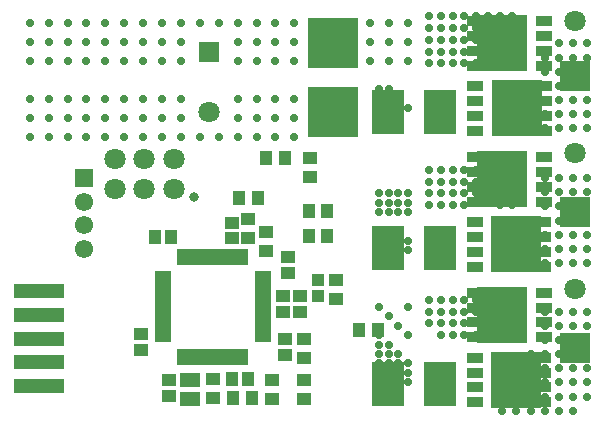
<source format=gts>
G04*
G04 #@! TF.GenerationSoftware,Altium Limited,Altium Designer,25.8.1 (18)*
G04*
G04 Layer_Color=8388736*
%FSLAX44Y44*%
%MOMM*%
G71*
G04*
G04 #@! TF.SameCoordinates,D7C4C725-C8A4-46AB-A62B-07054BF05DDA*
G04*
G04*
G04 #@! TF.FilePolarity,Negative*
G04*
G01*
G75*
%ADD27R,1.0332X1.1432*%
%ADD28R,1.1432X1.0332*%
%ADD29R,1.0032X1.1532*%
%ADD30R,1.1532X1.0032*%
%ADD31R,1.4032X0.5032*%
%ADD32R,0.5032X1.4032*%
%ADD33R,1.6732X1.2232*%
%ADD34R,4.2032X1.2032*%
%ADD35R,1.4032X0.9532*%
%ADD36R,4.3032X4.7032*%
%ADD37R,2.7032X3.8032*%
%ADD38R,1.0632X1.0032*%
%ADD39C,1.8032*%
%ADD40C,1.5532*%
%ADD41R,2.5032X2.5032*%
%ADD42R,1.5532X1.5532*%
%ADD43R,1.8032X1.8032*%
%ADD44R,4.2032X4.2032*%
%ADD45C,0.8032*%
%ADD46C,0.7032*%
D27*
X124400Y154000D02*
D03*
X137600D02*
D03*
X189400Y34000D02*
D03*
X202600D02*
D03*
D28*
X189000Y166200D02*
D03*
X112000Y72000D02*
D03*
X237000Y124000D02*
D03*
X136000Y19400D02*
D03*
X237000Y137200D02*
D03*
X189000Y153000D02*
D03*
X232000Y104000D02*
D03*
Y90800D02*
D03*
X247000Y104000D02*
D03*
Y90800D02*
D03*
X234000Y54400D02*
D03*
Y67600D02*
D03*
X136000Y32600D02*
D03*
X112000Y58800D02*
D03*
D29*
X297000Y75000D02*
D03*
X313000D02*
D03*
X190000Y18000D02*
D03*
X206000D02*
D03*
X211000Y187000D02*
D03*
X195000D02*
D03*
X270000Y155000D02*
D03*
X254000D02*
D03*
X270000Y176000D02*
D03*
X254000D02*
D03*
X234000Y221000D02*
D03*
X218000D02*
D03*
D30*
X203000Y169000D02*
D03*
X250000Y17000D02*
D03*
X223000Y17000D02*
D03*
X277000Y118000D02*
D03*
X250000Y33000D02*
D03*
X218000Y142000D02*
D03*
Y158000D02*
D03*
X203000Y153000D02*
D03*
X277000Y102000D02*
D03*
X250000Y52000D02*
D03*
Y68000D02*
D03*
X223000Y33000D02*
D03*
X173000Y34000D02*
D03*
Y18000D02*
D03*
X255000Y221000D02*
D03*
Y205000D02*
D03*
D31*
X215380Y117500D02*
D03*
X130620Y72500D02*
D03*
X215380Y112500D02*
D03*
Y82500D02*
D03*
X130620Y107500D02*
D03*
Y87500D02*
D03*
X215380Y77500D02*
D03*
X130620Y82500D02*
D03*
X215380Y87500D02*
D03*
Y72500D02*
D03*
Y107500D02*
D03*
Y102500D02*
D03*
X130620Y117500D02*
D03*
Y92500D02*
D03*
Y67500D02*
D03*
X215380Y122500D02*
D03*
Y92500D02*
D03*
X130620Y77500D02*
D03*
Y122500D02*
D03*
X215380Y67500D02*
D03*
Y97500D02*
D03*
X130620D02*
D03*
Y102500D02*
D03*
Y112500D02*
D03*
D32*
X150500Y137380D02*
D03*
X170500Y52620D02*
D03*
X155500Y137380D02*
D03*
X185500D02*
D03*
X180500D02*
D03*
X170500D02*
D03*
X165500Y52620D02*
D03*
X190500D02*
D03*
X150500D02*
D03*
X175500D02*
D03*
X180500D02*
D03*
X200500D02*
D03*
X145500D02*
D03*
Y137380D02*
D03*
X195500D02*
D03*
X175500D02*
D03*
X185500Y52620D02*
D03*
X200500Y137380D02*
D03*
X195500Y52620D02*
D03*
X190500Y137380D02*
D03*
X165500D02*
D03*
X160500D02*
D03*
Y52620D02*
D03*
X155500D02*
D03*
D33*
X154000Y17000D02*
D03*
Y33000D02*
D03*
D34*
X26000Y28000D02*
D03*
Y48000D02*
D03*
Y88000D02*
D03*
Y68000D02*
D03*
Y108000D02*
D03*
D35*
X453000Y184000D02*
D03*
Y209300D02*
D03*
Y196700D02*
D03*
Y222000D02*
D03*
X395000Y184000D02*
D03*
Y222000D02*
D03*
Y209300D02*
D03*
Y196700D02*
D03*
X452900Y129000D02*
D03*
Y154300D02*
D03*
Y141700D02*
D03*
Y167000D02*
D03*
X453000Y337000D02*
D03*
X395000Y299000D02*
D03*
Y311700D02*
D03*
Y324300D02*
D03*
Y337000D02*
D03*
X453000Y299000D02*
D03*
Y311700D02*
D03*
Y324300D02*
D03*
X395000Y244000D02*
D03*
Y256700D02*
D03*
Y269300D02*
D03*
Y282000D02*
D03*
X453000Y269300D02*
D03*
Y256700D02*
D03*
Y244000D02*
D03*
Y282000D02*
D03*
X394900Y129000D02*
D03*
Y167000D02*
D03*
Y154300D02*
D03*
Y141700D02*
D03*
X453000Y107000D02*
D03*
X395000D02*
D03*
Y94300D02*
D03*
Y81700D02*
D03*
Y69000D02*
D03*
X453000Y81700D02*
D03*
Y94300D02*
D03*
Y69000D02*
D03*
X394900Y14000D02*
D03*
X452900Y52000D02*
D03*
Y26700D02*
D03*
Y39300D02*
D03*
Y14000D02*
D03*
X394900Y26700D02*
D03*
Y39300D02*
D03*
Y52000D02*
D03*
D36*
X417900Y203000D02*
D03*
X430000Y148000D02*
D03*
X417900Y318000D02*
D03*
X430100Y263000D02*
D03*
X417900Y88000D02*
D03*
X430000Y33000D02*
D03*
D37*
X365000Y145000D02*
D03*
X321000D02*
D03*
X365000Y30000D02*
D03*
X321000D02*
D03*
X365000Y260000D02*
D03*
X321000D02*
D03*
D38*
X262000Y118000D02*
D03*
Y104000D02*
D03*
D39*
X140000Y220000D02*
D03*
X90000D02*
D03*
X115000D02*
D03*
Y195000D02*
D03*
X140000D02*
D03*
X90000D02*
D03*
X480000Y110000D02*
D03*
Y225000D02*
D03*
Y337000D02*
D03*
X170000Y259600D02*
D03*
D40*
X64000Y144000D02*
D03*
Y164000D02*
D03*
Y184000D02*
D03*
D41*
X480000Y175000D02*
D03*
Y290000D02*
D03*
Y60000D02*
D03*
D42*
X64000Y204000D02*
D03*
D43*
X170000Y310400D02*
D03*
D44*
X275000Y260000D02*
D03*
Y318000D02*
D03*
D45*
X157000Y188000D02*
D03*
D46*
X466000Y144000D02*
D03*
X430000Y132000D02*
D03*
X490000Y156000D02*
D03*
X478000Y204000D02*
D03*
X466000Y132000D02*
D03*
X478000Y144000D02*
D03*
X442000Y132000D02*
D03*
X466000Y180000D02*
D03*
Y156000D02*
D03*
X430000D02*
D03*
X454000Y192000D02*
D03*
X466000D02*
D03*
Y168000D02*
D03*
Y204000D02*
D03*
X454000D02*
D03*
X418000Y156000D02*
D03*
X454000D02*
D03*
X490000Y204000D02*
D03*
Y144000D02*
D03*
X442000Y156000D02*
D03*
X430000Y144000D02*
D03*
X478000Y156000D02*
D03*
X490000Y132000D02*
D03*
X454000Y144000D02*
D03*
Y132000D02*
D03*
X442000Y144000D02*
D03*
Y168000D02*
D03*
X478000Y132000D02*
D03*
X454000Y180000D02*
D03*
X490000Y192000D02*
D03*
X454000Y168000D02*
D03*
X478000Y192000D02*
D03*
X416000Y71000D02*
D03*
Y81000D02*
D03*
Y91000D02*
D03*
Y101000D02*
D03*
X426000Y341000D02*
D03*
Y331000D02*
D03*
Y321000D02*
D03*
Y311000D02*
D03*
Y211000D02*
D03*
Y201000D02*
D03*
Y191000D02*
D03*
Y181000D02*
D03*
X416000Y341000D02*
D03*
Y331000D02*
D03*
Y321000D02*
D03*
Y311000D02*
D03*
Y301000D02*
D03*
Y211000D02*
D03*
Y201000D02*
D03*
Y191000D02*
D03*
Y181000D02*
D03*
X406000Y341000D02*
D03*
Y331000D02*
D03*
Y321000D02*
D03*
Y311000D02*
D03*
Y301000D02*
D03*
Y211000D02*
D03*
Y201000D02*
D03*
Y191000D02*
D03*
Y101000D02*
D03*
Y91000D02*
D03*
Y81000D02*
D03*
Y71000D02*
D03*
X396000Y341000D02*
D03*
Y331000D02*
D03*
Y321000D02*
D03*
Y311000D02*
D03*
Y301000D02*
D03*
Y211000D02*
D03*
Y201000D02*
D03*
Y191000D02*
D03*
Y101000D02*
D03*
Y91000D02*
D03*
Y81000D02*
D03*
Y71000D02*
D03*
X386000Y341000D02*
D03*
Y331000D02*
D03*
Y321000D02*
D03*
Y311000D02*
D03*
Y301000D02*
D03*
Y211000D02*
D03*
Y201000D02*
D03*
Y191000D02*
D03*
Y181000D02*
D03*
Y101000D02*
D03*
Y91000D02*
D03*
Y81000D02*
D03*
Y71000D02*
D03*
X376000Y341000D02*
D03*
Y331000D02*
D03*
Y321000D02*
D03*
Y311000D02*
D03*
Y301000D02*
D03*
Y211000D02*
D03*
Y201000D02*
D03*
Y191000D02*
D03*
Y181000D02*
D03*
Y101000D02*
D03*
Y91000D02*
D03*
Y81000D02*
D03*
Y71000D02*
D03*
X366000Y341000D02*
D03*
Y331000D02*
D03*
Y321000D02*
D03*
Y311000D02*
D03*
Y301000D02*
D03*
Y211000D02*
D03*
Y201000D02*
D03*
Y191000D02*
D03*
Y181000D02*
D03*
Y101000D02*
D03*
Y91000D02*
D03*
Y81000D02*
D03*
Y71000D02*
D03*
X356000Y341000D02*
D03*
Y331000D02*
D03*
Y321000D02*
D03*
Y311000D02*
D03*
Y301000D02*
D03*
Y211000D02*
D03*
Y201000D02*
D03*
Y191000D02*
D03*
Y181000D02*
D03*
Y101000D02*
D03*
Y91000D02*
D03*
Y81000D02*
D03*
X338001Y263001D02*
D03*
Y191000D02*
D03*
Y183000D02*
D03*
Y175000D02*
D03*
Y151000D02*
D03*
Y143000D02*
D03*
Y95000D02*
D03*
Y71000D02*
D03*
Y47000D02*
D03*
Y39000D02*
D03*
Y31000D02*
D03*
X330001Y271001D02*
D03*
Y263001D02*
D03*
Y255000D02*
D03*
Y191000D02*
D03*
Y183000D02*
D03*
Y175000D02*
D03*
Y151000D02*
D03*
Y79000D02*
D03*
Y55000D02*
D03*
Y47000D02*
D03*
Y39000D02*
D03*
Y31000D02*
D03*
X322001Y279001D02*
D03*
Y271001D02*
D03*
Y263001D02*
D03*
Y255000D02*
D03*
Y247001D02*
D03*
Y191000D02*
D03*
Y183000D02*
D03*
Y175000D02*
D03*
Y87000D02*
D03*
Y63000D02*
D03*
Y55000D02*
D03*
Y47000D02*
D03*
Y39000D02*
D03*
Y31000D02*
D03*
X314001Y279001D02*
D03*
Y271001D02*
D03*
Y263001D02*
D03*
Y255000D02*
D03*
Y247001D02*
D03*
Y191000D02*
D03*
Y183000D02*
D03*
Y175000D02*
D03*
Y95000D02*
D03*
Y71000D02*
D03*
Y63000D02*
D03*
Y55000D02*
D03*
Y47000D02*
D03*
Y39000D02*
D03*
X490000Y318000D02*
D03*
Y306000D02*
D03*
Y270000D02*
D03*
Y258000D02*
D03*
Y246000D02*
D03*
X478000Y318000D02*
D03*
Y306000D02*
D03*
Y270000D02*
D03*
Y258000D02*
D03*
Y246000D02*
D03*
X466000Y318000D02*
D03*
Y306000D02*
D03*
Y294000D02*
D03*
Y282000D02*
D03*
Y270000D02*
D03*
Y258000D02*
D03*
Y246000D02*
D03*
X454000Y306000D02*
D03*
Y294000D02*
D03*
Y282000D02*
D03*
Y270000D02*
D03*
Y258000D02*
D03*
Y246000D02*
D03*
X442000Y282000D02*
D03*
Y270000D02*
D03*
Y258000D02*
D03*
Y246000D02*
D03*
X430000Y282000D02*
D03*
Y270000D02*
D03*
Y258000D02*
D03*
Y246000D02*
D03*
X418000Y270000D02*
D03*
Y258000D02*
D03*
Y246000D02*
D03*
X322000Y303000D02*
D03*
X306000D02*
D03*
X98000D02*
D03*
X18000D02*
D03*
X338000D02*
D03*
X50000Y319000D02*
D03*
X194000Y303000D02*
D03*
X306000Y335000D02*
D03*
X66000Y303000D02*
D03*
X34000Y319000D02*
D03*
X242000Y335000D02*
D03*
X34000D02*
D03*
X66000D02*
D03*
X82000Y303000D02*
D03*
X66000Y319000D02*
D03*
X130000D02*
D03*
X18000Y335000D02*
D03*
X210000Y319000D02*
D03*
Y335000D02*
D03*
X194000Y319000D02*
D03*
X242000D02*
D03*
Y303000D02*
D03*
X50000Y335000D02*
D03*
X322000D02*
D03*
X146000Y303000D02*
D03*
X130000D02*
D03*
X114000D02*
D03*
X210000D02*
D03*
X114000Y335000D02*
D03*
X146000D02*
D03*
X98000Y319000D02*
D03*
Y335000D02*
D03*
X50000Y303000D02*
D03*
X322000Y319000D02*
D03*
X338000Y335000D02*
D03*
X82000D02*
D03*
X114000Y319000D02*
D03*
X178000Y335000D02*
D03*
X226000Y319000D02*
D03*
Y335000D02*
D03*
X82000Y319000D02*
D03*
X306000D02*
D03*
X34000Y303000D02*
D03*
X226000D02*
D03*
X162000Y335000D02*
D03*
X18000Y319000D02*
D03*
X194000Y335000D02*
D03*
X146000Y319000D02*
D03*
X338000D02*
D03*
X130000Y335000D02*
D03*
X242000Y271000D02*
D03*
Y255000D02*
D03*
Y239000D02*
D03*
X226000Y271000D02*
D03*
Y255000D02*
D03*
Y239000D02*
D03*
X210000Y271000D02*
D03*
Y255000D02*
D03*
Y239000D02*
D03*
X194000Y271000D02*
D03*
Y255000D02*
D03*
Y239000D02*
D03*
X178000D02*
D03*
X162000D02*
D03*
X146000Y271000D02*
D03*
Y255000D02*
D03*
Y239000D02*
D03*
X130000Y271000D02*
D03*
Y255000D02*
D03*
Y239000D02*
D03*
X114000Y271000D02*
D03*
Y255000D02*
D03*
Y239000D02*
D03*
X98000Y271000D02*
D03*
Y255000D02*
D03*
Y239000D02*
D03*
X82000Y271000D02*
D03*
Y255000D02*
D03*
Y239000D02*
D03*
X66000Y271000D02*
D03*
Y255000D02*
D03*
Y239000D02*
D03*
X50000Y271000D02*
D03*
Y255000D02*
D03*
Y239000D02*
D03*
X34000Y271000D02*
D03*
Y255000D02*
D03*
Y239000D02*
D03*
X18000Y271000D02*
D03*
Y255000D02*
D03*
Y239000D02*
D03*
X490000Y91000D02*
D03*
Y79000D02*
D03*
Y43000D02*
D03*
Y31000D02*
D03*
Y19000D02*
D03*
X478000Y91000D02*
D03*
Y79000D02*
D03*
Y43000D02*
D03*
Y31000D02*
D03*
Y19000D02*
D03*
Y7000D02*
D03*
X466000Y91000D02*
D03*
Y79000D02*
D03*
Y67000D02*
D03*
Y55000D02*
D03*
Y43000D02*
D03*
Y31000D02*
D03*
Y19000D02*
D03*
Y7000D02*
D03*
X454000Y91000D02*
D03*
Y79000D02*
D03*
Y67000D02*
D03*
Y55000D02*
D03*
Y43000D02*
D03*
Y31000D02*
D03*
Y19000D02*
D03*
Y7000D02*
D03*
X442000Y55000D02*
D03*
Y43000D02*
D03*
Y31000D02*
D03*
Y19000D02*
D03*
Y7000D02*
D03*
X430000Y43000D02*
D03*
Y31000D02*
D03*
Y19000D02*
D03*
Y7000D02*
D03*
X418000Y31000D02*
D03*
Y19000D02*
D03*
Y7000D02*
D03*
M02*

</source>
